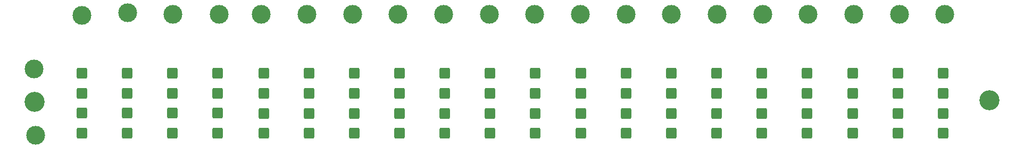
<source format=gbr>
%TF.GenerationSoftware,KiCad,Pcbnew,9.0.3*%
%TF.CreationDate,2025-07-15T09:49:43+03:00*%
%TF.ProjectId,switches_board,73776974-6368-4657-935f-626f6172642e,rev?*%
%TF.SameCoordinates,Original*%
%TF.FileFunction,Soldermask,Bot*%
%TF.FilePolarity,Negative*%
%FSLAX46Y46*%
G04 Gerber Fmt 4.6, Leading zero omitted, Abs format (unit mm)*
G04 Created by KiCad (PCBNEW 9.0.3) date 2025-07-15 09:49:43*
%MOMM*%
%LPD*%
G01*
G04 APERTURE LIST*
G04 Aperture macros list*
%AMRoundRect*
0 Rectangle with rounded corners*
0 $1 Rounding radius*
0 $2 $3 $4 $5 $6 $7 $8 $9 X,Y pos of 4 corners*
0 Add a 4 corners polygon primitive as box body*
4,1,4,$2,$3,$4,$5,$6,$7,$8,$9,$2,$3,0*
0 Add four circle primitives for the rounded corners*
1,1,$1+$1,$2,$3*
1,1,$1+$1,$4,$5*
1,1,$1+$1,$6,$7*
1,1,$1+$1,$8,$9*
0 Add four rect primitives between the rounded corners*
20,1,$1+$1,$2,$3,$4,$5,0*
20,1,$1+$1,$4,$5,$6,$7,0*
20,1,$1+$1,$6,$7,$8,$9,0*
20,1,$1+$1,$8,$9,$2,$3,0*%
G04 Aperture macros list end*
%ADD10C,3.200000*%
%ADD11C,3.000000*%
%ADD12RoundRect,0.250000X-0.600000X0.600000X-0.600000X-0.600000X0.600000X-0.600000X0.600000X0.600000X0*%
G04 APERTURE END LIST*
D10*
%TO.C,H2*%
X51750000Y-101250000D03*
%TD*%
D11*
%TO.C,J12*%
X131392000Y-87330000D03*
%TD*%
%TO.C,J15*%
X109636000Y-87330000D03*
%TD*%
%TO.C,J13*%
X124140000Y-87330000D03*
%TD*%
%TO.C,J11*%
X138644000Y-87330000D03*
%TD*%
%TO.C,J10*%
X145896000Y-87330000D03*
%TD*%
%TO.C,J17*%
X95132000Y-87330000D03*
%TD*%
%TO.C,J22*%
X59275000Y-87425000D03*
%TD*%
D12*
%TO.C,SW5*%
X167530972Y-96690000D03*
X167530972Y-99890000D03*
X167530972Y-103090000D03*
X167530972Y-106290000D03*
%TD*%
%TO.C,SW6*%
X160321215Y-96690000D03*
X160321215Y-99890000D03*
X160321215Y-103090000D03*
X160321215Y-106290000D03*
%TD*%
%TO.C,SW12*%
X117062672Y-96690000D03*
X117062672Y-99890000D03*
X117062672Y-103090000D03*
X117062672Y-106290000D03*
%TD*%
%TO.C,SW14*%
X102643158Y-96690000D03*
X102643158Y-99890000D03*
X102643158Y-103090000D03*
X102643158Y-106290000D03*
%TD*%
%TO.C,SW16*%
X88223644Y-96690000D03*
X88223644Y-99890000D03*
X88223644Y-103090000D03*
X88223644Y-106290000D03*
%TD*%
%TO.C,SW1*%
X196370000Y-96690000D03*
X196370000Y-99890000D03*
X196370000Y-103090000D03*
X196370000Y-106290000D03*
%TD*%
D11*
%TO.C,J1*%
X51720000Y-95980000D03*
%TD*%
%TO.C,J14*%
X116888000Y-87330000D03*
%TD*%
%TO.C,J5*%
X182156000Y-87330000D03*
%TD*%
%TO.C,J7*%
X167652000Y-87330000D03*
%TD*%
D12*
%TO.C,SW4*%
X174740729Y-96690000D03*
X174740729Y-99890000D03*
X174740729Y-103090000D03*
X174740729Y-106290000D03*
%TD*%
%TO.C,SW8*%
X145901701Y-96690000D03*
X145901701Y-99890000D03*
X145901701Y-103090000D03*
X145901701Y-106290000D03*
%TD*%
D11*
%TO.C,J18*%
X87880000Y-87330000D03*
%TD*%
D12*
%TO.C,SW2*%
X189160243Y-96690000D03*
X189160243Y-99890000D03*
X189160243Y-103090000D03*
X189160243Y-106290000D03*
%TD*%
D11*
%TO.C,J20*%
X73750000Y-87275000D03*
%TD*%
D12*
%TO.C,SW10*%
X131482186Y-96690000D03*
X131482186Y-99890000D03*
X131482186Y-103090000D03*
X131482186Y-106290000D03*
%TD*%
D11*
%TO.C,J6*%
X174904000Y-87330000D03*
%TD*%
%TO.C,J2*%
X51960000Y-106570000D03*
%TD*%
D12*
%TO.C,SW11*%
X124272429Y-96690000D03*
X124272429Y-99890000D03*
X124272429Y-103090000D03*
X124272429Y-106290000D03*
%TD*%
%TO.C,SW3*%
X181950486Y-96690000D03*
X181950486Y-99890000D03*
X181950486Y-103090000D03*
X181950486Y-106290000D03*
%TD*%
D11*
%TO.C,J21*%
X66575000Y-87075000D03*
%TD*%
D12*
%TO.C,SW13*%
X109852915Y-96690000D03*
X109852915Y-99890000D03*
X109852915Y-103090000D03*
X109852915Y-106290000D03*
%TD*%
%TO.C,SW7*%
X153111458Y-96690000D03*
X153111458Y-99890000D03*
X153111458Y-103090000D03*
X153111458Y-106290000D03*
%TD*%
D11*
%TO.C,J19*%
X81110000Y-87330000D03*
%TD*%
%TO.C,J9*%
X153148000Y-87330000D03*
%TD*%
D12*
%TO.C,SW19*%
X66530000Y-96680000D03*
X66530000Y-99880000D03*
X66530000Y-103080000D03*
X66530000Y-106280000D03*
%TD*%
%TO.C,SW18*%
X73740000Y-96680000D03*
X73740000Y-99880000D03*
X73740000Y-103080000D03*
X73740000Y-106280000D03*
%TD*%
D11*
%TO.C,J8*%
X160400000Y-87330000D03*
%TD*%
%TO.C,J16*%
X102384000Y-87330000D03*
%TD*%
D12*
%TO.C,SW15*%
X95433401Y-96690000D03*
X95433401Y-99890000D03*
X95433401Y-103090000D03*
X95433401Y-106290000D03*
%TD*%
%TO.C,SW17*%
X80930000Y-96680000D03*
X80930000Y-99880000D03*
X80930000Y-103080000D03*
X80930000Y-106280000D03*
%TD*%
%TO.C,SW20*%
X59320000Y-96680000D03*
X59320000Y-99880000D03*
X59320000Y-103080000D03*
X59320000Y-106280000D03*
%TD*%
D11*
%TO.C,J3*%
X196660000Y-87330000D03*
%TD*%
D10*
%TO.C,H1*%
X203750000Y-101000000D03*
%TD*%
D12*
%TO.C,SW9*%
X138691943Y-96690000D03*
X138691943Y-99890000D03*
X138691943Y-103090000D03*
X138691943Y-106290000D03*
%TD*%
D11*
%TO.C,J4*%
X189408000Y-87330000D03*
%TD*%
M02*

</source>
